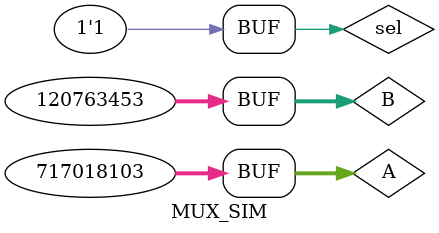
<source format=v>
`timescale 1ns / 1ps
module MUX_SIM();

parameter bits = 32;

reg [bits-1:0] A,B;
reg sel;

wire [bits-1:0] out;

MUX #(bits) UUT(
.A(A),
.B(B),
.sel(sel),

.out(out)
);

initial begin
A = 32'h2ABC_D3F7;
B = 32'h0732_B43D;

sel = 0;

#10 sel = 1;


end

endmodule
</source>
